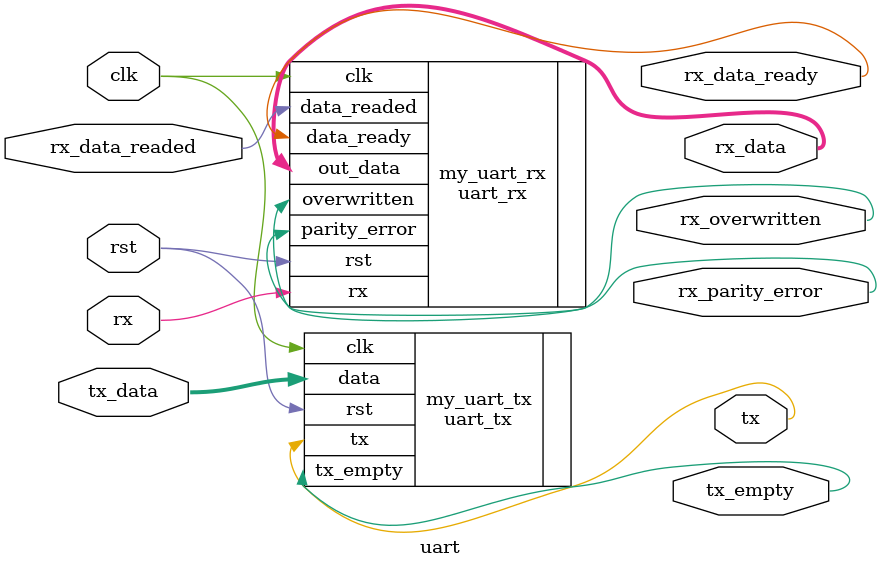
<source format=v>
`timescale 1ns / 1ps
module uart
    #(  parameter CLK_FREQ = 50_000_000,
		parameter BAUD_RATE = 9600,
		parameter PARITY_BIT = 0,
		parameter DATA_LEN = 8,
		parameter STOP_BIT = 1)
    (
    input rst,
    input clk,
    input [DATA_LEN - 1 : 0] tx_data,
    input rx_data_readed,
    input rx,
    output tx,
    output tx_empty,
    output rx_data_ready,
    output rx_overwritten,
    output rx_parity_error,
    output [DATA_LEN - 1 : 0] rx_data
    );

uart_rx #(  .CLK_FREQ(CLK_FREQ),
		    .BAUD_RATE(BAUD_RATE),
		    .PARITY_BIT(PARITY_BIT),
		    .DATA_LEN(DATA_LEN),
		    .STOP_BIT(STOP_BIT))
my_uart_rx
(
    .clk(clk),
    .rst(rst),
    .rx(rx),
    .data_readed(rx_data_readed),
    .out_data(rx_data),
    .data_ready(rx_data_ready),
    .overwritten(rx_overwritten),
    .parity_error(rx_parity_error)
);

uart_tx #(  .CLK_FREQ(CLK_FREQ),
		    .BAUD_RATE(BAUD_RATE),
		    .PARITY_BIT(PARITY_BIT),
		    .DATA_LEN(DATA_LEN),
		    .STOP_BIT(STOP_BIT))
my_uart_tx
(
    .rst(rst),
    .clk(clk),
    .data(tx_data),
    .tx_empty(tx_empty),
	.tx(tx)
);

endmodule

</source>
